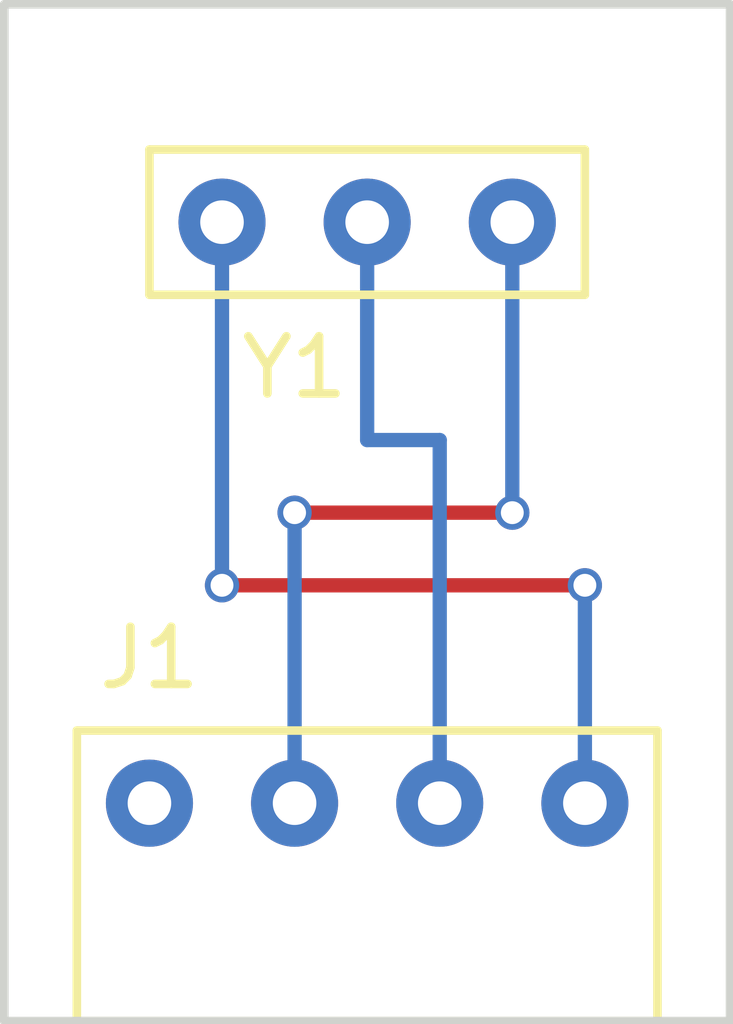
<source format=kicad_pcb>
(kicad_pcb (version 4) (host pcbnew 4.0.7)

  (general
    (links 3)
    (no_connects 0)
    (area 142.164999 97.714999 155.015001 115.645001)
    (thickness 1.6)
    (drawings 4)
    (tracks 13)
    (zones 0)
    (modules 2)
    (nets 5)
  )

  (page A4)
  (layers
    (0 F.Cu signal)
    (31 B.Cu signal)
    (32 B.Adhes user)
    (33 F.Adhes user)
    (34 B.Paste user)
    (35 F.Paste user)
    (36 B.SilkS user)
    (37 F.SilkS user)
    (38 B.Mask user)
    (39 F.Mask user)
    (40 Dwgs.User user)
    (41 Cmts.User user)
    (42 Eco1.User user)
    (43 Eco2.User user)
    (44 Edge.Cuts user)
    (45 Margin user)
    (46 B.CrtYd user)
    (47 F.CrtYd user)
    (48 B.Fab user)
    (49 F.Fab user)
  )

  (setup
    (last_trace_width 0.25)
    (trace_clearance 0.2)
    (zone_clearance 0.508)
    (zone_45_only no)
    (trace_min 0.2)
    (segment_width 0.2)
    (edge_width 0.15)
    (via_size 0.6)
    (via_drill 0.4)
    (via_min_size 0.4)
    (via_min_drill 0.3)
    (uvia_size 0.3)
    (uvia_drill 0.1)
    (uvias_allowed no)
    (uvia_min_size 0.2)
    (uvia_min_drill 0.1)
    (pcb_text_width 0.3)
    (pcb_text_size 1.5 1.5)
    (mod_edge_width 0.15)
    (mod_text_size 1 1)
    (mod_text_width 0.15)
    (pad_size 1.524 1.524)
    (pad_drill 0.762)
    (pad_to_mask_clearance 0.2)
    (aux_axis_origin 0 0)
    (visible_elements 7FFFFFFF)
    (pcbplotparams
      (layerselection 0x00030_80000001)
      (usegerberextensions false)
      (excludeedgelayer true)
      (linewidth 0.100000)
      (plotframeref false)
      (viasonmask false)
      (mode 1)
      (useauxorigin false)
      (hpglpennumber 1)
      (hpglpenspeed 20)
      (hpglpendiameter 15)
      (hpglpenoverlay 2)
      (psnegative false)
      (psa4output false)
      (plotreference true)
      (plotvalue true)
      (plotinvisibletext false)
      (padsonsilk false)
      (subtractmaskfromsilk false)
      (outputformat 1)
      (mirror false)
      (drillshape 1)
      (scaleselection 1)
      (outputdirectory ""))
  )

  (net 0 "")
  (net 1 "Net-(J1-Pad4)")
  (net 2 "Net-(J1-Pad3)")
  (net 3 "Net-(J1-Pad2)")
  (net 4 "Net-(J1-Pad1)")

  (net_class Default "これは標準のネット クラスです。"
    (clearance 0.2)
    (trace_width 0.25)
    (via_dia 0.6)
    (via_drill 0.4)
    (uvia_dia 0.3)
    (uvia_drill 0.1)
    (add_net "Net-(J1-Pad1)")
    (add_net "Net-(J1-Pad2)")
    (add_net "Net-(J1-Pad3)")
    (add_net "Net-(J1-Pad4)")
  )

  (module Connector_PinHeader_2.54mm:PinHeader_1x04_P2.54mm_Horizontal (layer F.Cu) (tedit 5AC9683F) (tstamp 5AC9467D)
    (at 148.59 111.76)
    (path /5AC93EE3)
    (fp_text reference J1 (at -3.81 -2.54) (layer F.SilkS)
      (effects (font (size 1 1) (thickness 0.15)))
    )
    (fp_text value Conn_01x04 (at 0 2.54) (layer F.Fab)
      (effects (font (size 1 1) (thickness 0.15)))
    )
    (fp_line (start -5.08 -1.27) (end 5.08 -1.27) (layer F.SilkS) (width 0.15))
    (fp_line (start 5.08 -1.27) (end 5.08 3.81) (layer F.SilkS) (width 0.15))
    (fp_line (start 5.08 3.81) (end -5.08 3.81) (layer F.SilkS) (width 0.15))
    (fp_line (start -5.08 3.81) (end -5.08 -1.27) (layer F.SilkS) (width 0.15))
    (pad 4 thru_hole circle (at -3.81 0) (size 1.524 1.524) (drill 0.762) (layers *.Cu *.Mask)
      (net 1 "Net-(J1-Pad4)"))
    (pad 3 thru_hole circle (at -1.27 0) (size 1.524 1.524) (drill 0.762) (layers *.Cu *.Mask)
      (net 2 "Net-(J1-Pad3)"))
    (pad 2 thru_hole circle (at 1.27 0) (size 1.524 1.524) (drill 0.762) (layers *.Cu *.Mask)
      (net 3 "Net-(J1-Pad2)"))
    (pad 1 thru_hole circle (at 3.81 0) (size 1.524 1.524) (drill 0.762) (layers *.Cu *.Mask)
      (net 4 "Net-(J1-Pad1)"))
  )

  (module Murata_Ceralock:Ceralock_Horizontal (layer F.Cu) (tedit 5AC9463A) (tstamp 5AC94684)
    (at 148.59 101.6)
    (path /5AC93E8C)
    (fp_text reference Y1 (at -1.27 2.54) (layer F.SilkS)
      (effects (font (size 1 1) (thickness 0.15)))
    )
    (fp_text value 8MHz (at 0 -2.54) (layer F.Fab)
      (effects (font (size 1 1) (thickness 0.15)))
    )
    (fp_line (start -3.81 -1.27) (end 3.81 -1.27) (layer F.SilkS) (width 0.15))
    (fp_line (start 3.81 -1.27) (end 3.81 1.27) (layer F.SilkS) (width 0.15))
    (fp_line (start 3.81 1.27) (end -3.81 1.27) (layer F.SilkS) (width 0.15))
    (fp_line (start -3.81 1.27) (end -3.81 -1.27) (layer F.SilkS) (width 0.15))
    (pad 3 thru_hole circle (at -2.54 0) (size 1.524 1.524) (drill 0.762) (layers *.Cu *.Mask)
      (net 4 "Net-(J1-Pad1)"))
    (pad 2 thru_hole circle (at 0 0) (size 1.524 1.524) (drill 0.762) (layers *.Cu *.Mask)
      (net 3 "Net-(J1-Pad2)"))
    (pad 1 thru_hole circle (at 2.54 0) (size 1.524 1.524) (drill 0.762) (layers *.Cu *.Mask)
      (net 2 "Net-(J1-Pad3)"))
  )

  (gr_line (start 142.24 115.57) (end 142.24 97.79) (angle 90) (layer Edge.Cuts) (width 0.15))
  (gr_line (start 154.94 115.57) (end 142.24 115.57) (angle 90) (layer Edge.Cuts) (width 0.15))
  (gr_line (start 154.94 97.79) (end 154.94 115.57) (angle 90) (layer Edge.Cuts) (width 0.15))
  (gr_line (start 142.24 97.79) (end 154.94 97.79) (angle 90) (layer Edge.Cuts) (width 0.15))

  (segment (start 151.13 101.6) (end 151.13 106.68) (width 0.25) (layer B.Cu) (net 2) (status 400000))
  (segment (start 147.32 106.68) (end 147.32 111.76) (width 0.25) (layer B.Cu) (net 2) (tstamp 5AC96705) (status 800000))
  (via (at 147.32 106.68) (size 0.6) (drill 0.4) (layers F.Cu B.Cu) (net 2))
  (segment (start 151.13 106.68) (end 147.32 106.68) (width 0.25) (layer F.Cu) (net 2) (tstamp 5AC96702))
  (via (at 151.13 106.68) (size 0.6) (drill 0.4) (layers F.Cu B.Cu) (net 2))
  (segment (start 148.59 101.6) (end 148.59 105.41) (width 0.25) (layer B.Cu) (net 3) (status 400000))
  (segment (start 149.86 105.41) (end 149.86 111.76) (width 0.25) (layer B.Cu) (net 3) (tstamp 5AC966F3) (status 800000))
  (segment (start 148.59 105.41) (end 149.86 105.41) (width 0.25) (layer B.Cu) (net 3) (tstamp 5AC966EC))
  (segment (start 146.05 101.6) (end 146.05 107.95) (width 0.25) (layer B.Cu) (net 4) (status 400000))
  (segment (start 152.4 107.95) (end 152.4 111.76) (width 0.25) (layer B.Cu) (net 4) (tstamp 5AC96715) (status 800000))
  (via (at 152.4 107.95) (size 0.6) (drill 0.4) (layers F.Cu B.Cu) (net 4))
  (segment (start 146.05 107.95) (end 152.4 107.95) (width 0.25) (layer F.Cu) (net 4) (tstamp 5AC96711))
  (via (at 146.05 107.95) (size 0.6) (drill 0.4) (layers F.Cu B.Cu) (net 4))

)

</source>
